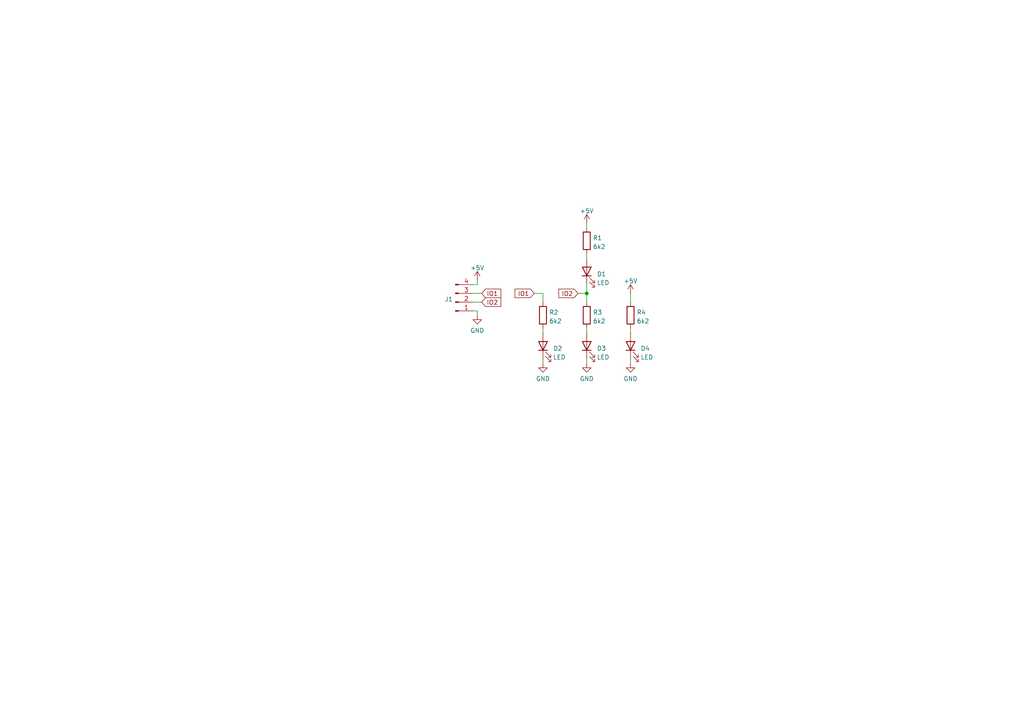
<source format=kicad_sch>
(kicad_sch (version 20211123) (generator eeschema)
  (paper "A4")
  (lib_symbols
    (symbol "Connector:Conn_01x04_Male" (pin_names (offset 1.016) hide)
      (property "Reference" "J" (at 0 5.08 0))
      (property "Value" "Conn_01x04_Male" (at 0 -7.62 0))
      (symbol "Conn_01x04_Male_1_1"
        (polyline (pts (xy 1.27 -5.08) (xy 0.8636 -5.08)) (stroke (width 0.1524)))
        (polyline (pts (xy 1.27 -2.54) (xy 0.8636 -2.54)) (stroke (width 0.1524)))
        (polyline (pts (xy 1.27 0) (xy 0.8636 0)) (stroke (width 0.1524)))
        (polyline (pts (xy 1.27 2.54) (xy 0.8636 2.54)) (stroke (width 0.1524)))
        (rectangle (start 0.8636 -4.953) (end 0 -5.207) (stroke (width 0.1524)) (fill (type outline)))
        (rectangle (start 0.8636 -2.413) (end 0 -2.667) (stroke (width 0.1524)) (fill (type outline)))
        (rectangle (start 0.8636 0.127) (end 0 -0.127) (stroke (width 0.1524)) (fill (type outline)))
        (rectangle (start 0.8636 2.667) (end 0 2.413) (stroke (width 0.1524)) (fill (type outline)))
        (pin passive line (at 5.08 2.54 180) (length 3.81) (name "Pin_1") (number "1"))
        (pin passive line (at 5.08 0 180) (length 3.81) (name "Pin_2") (number "2"))
        (pin passive line (at 5.08 -2.54 180) (length 3.81) (name "Pin_3") (number "3"))
        (pin passive line (at 5.08 -5.08 180) (length 3.81) (name "Pin_4") (number "4"))
      )
    )
    (symbol "Device:LED" (pin_numbers hide) (pin_names (offset 1.016) hide)
      (property "Reference" "D" (at 0 2.54 0))
      (property "Value" "LED" (at 0 -2.54 0))
      (symbol "LED_0_1"
        (polyline (pts (xy -1.27 -1.27) (xy -1.27 1.27)) (stroke (width 0.254)))
        (polyline (pts (xy -1.27 0) (xy 1.27 0)))
        (polyline (pts (xy 1.27 -1.27) (xy 1.27 1.27) (xy -1.27 0) (xy 1.27 -1.27)) (stroke (width 0.254)))
        (polyline (pts (xy -3.048 -0.762) (xy -4.572 -2.286) (xy -3.81 -2.286) (xy -4.572 -2.286) (xy -4.572 -1.524)))
        (polyline (pts (xy -1.778 -0.762) (xy -3.302 -2.286) (xy -2.54 -2.286) (xy -3.302 -2.286) (xy -3.302 -1.524)))
      )
      (symbol "LED_1_1"
        (pin passive line (at -3.81 0 0) (length 2.54) (name "K") (number "1"))
        (pin passive line (at 3.81 0 180) (length 2.54) (name "A") (number "2"))
      )
    )
    (symbol "Device:R" (pin_numbers hide) (pin_names (offset 0))
      (property "Reference" "R" (at 2.032 0 90))
      (property "Value" "R" (at 0 0 90))
      (symbol "R_0_1"
        (rectangle (start -1.016 -2.54) (end 1.016 2.54) (stroke (width 0.254)))
      )
      (symbol "R_1_1"
        (pin passive line (at 0 3.81 270) (length 1.27) (name "~") (number "1"))
        (pin passive line (at 0 -3.81 90) (length 1.27) (name "~") (number "2"))
      )
    )
    (symbol "power:+5V" (power) (pin_names (offset 0))
      (property "Value" "+5V" (at 0 3.556 0))
      (symbol "+5V_0_1"
        (polyline (pts (xy -0.762 1.27) (xy 0 2.54)))
        (polyline (pts (xy 0 0) (xy 0 2.54)))
        (polyline (pts (xy 0 2.54) (xy 0.762 1.27)))
      )
      (symbol "+5V_1_1"
        (pin power_in line (at 0 0 90) (length 0) hide (name "+5V") (number "1"))
      )
    )
    (symbol "power:GND" (power) (pin_names (offset 0))
      (property "Value" "GND" (at 0 -3.81 0))
      (symbol "GND_0_1"
        (polyline (pts (xy 0 0) (xy 0 -1.27) (xy 1.27 -1.27) (xy 0 -2.54) (xy -1.27 -1.27) (xy 0 -1.27)))
      )
      (symbol "GND_1_1"
        (pin power_in line (at 0 0 270) (length 0) hide (name "GND") (number "1"))
      )
    )
  )
  (junction (at 170.18 85.09))
  (wire (pts (xy 137.16 85.09) (xy 139.7 85.09)))
  (wire (pts (xy 157.48 104.14) (xy 157.48 105.41)))
  (wire (pts (xy 182.88 95.25) (xy 182.88 96.52)))
  (wire (pts (xy 182.88 104.14) (xy 182.88 105.41)))
  (wire (pts (xy 157.48 85.09) (xy 154.94 85.09)))
  (wire (pts (xy 170.18 85.09) (xy 170.18 87.63)))
  (wire (pts (xy 170.18 104.14) (xy 170.18 105.41)))
  (wire (pts (xy 157.48 87.63) (xy 157.48 85.09)))
  (wire (pts (xy 137.16 82.55) (xy 138.43 82.55)))
  (wire (pts (xy 157.48 95.25) (xy 157.48 96.52)))
  (wire (pts (xy 167.64 85.09) (xy 170.18 85.09)))
  (wire (pts (xy 170.18 95.25) (xy 170.18 96.52)))
  (wire (pts (xy 138.43 90.17) (xy 137.16 90.17)))
  (wire (pts (xy 138.43 91.44) (xy 138.43 90.17)))
  (wire (pts (xy 170.18 82.55) (xy 170.18 85.09)))
  (wire (pts (xy 170.18 64.77) (xy 170.18 66.04)))
  (wire (pts (xy 137.16 87.63) (xy 139.7 87.63)))
  (wire (pts (xy 138.43 81.28) (xy 138.43 82.55)))
  (wire (pts (xy 182.88 85.09) (xy 182.88 87.63)))
  (wire (pts (xy 170.18 73.66) (xy 170.18 74.93)))
  (global_label "IO2" (shape input) (at 167.64 85.09 180) (property "Intersheet References" "${INTERSHEET_REFS}" (effects hide)))
  (global_label "IO1" (shape input) (at 139.7 85.09 0) (property "Intersheet References" "${INTERSHEET_REFS}" (effects hide)))
  (global_label "IO1" (shape input) (at 154.94 85.09 180) (property "Intersheet References" "${INTERSHEET_REFS}" (effects hide)))
  (global_label "IO2" (shape input) (at 139.7 87.63 0) (property "Intersheet References" "${INTERSHEET_REFS}" (effects hide)))
  (symbol (lib_id "power:+5V") (at 170.18 64.77 0) (unit 1)
    (property "Reference" "#PWR01" (effects hide))
    (property "Value" "+5V" (at 170.18 61.1942 0))
  )
  (symbol (lib_id "Connector:Conn_01x04_Male") (at 132.08 87.63 0) (mirror x) (unit 1)
    (property "Reference" "J1" (at 131.3688 86.7938 0) (effects (justify right)))
    (property "Value" "Conn_01x04_Male" (effects hide))
    (property "Footprint" "Connector_JST:JST_PH_B4B-PH-SM4-TB_1x04-1MP_P2.00mm_Vertical" (effects hide))
  )
  (symbol (lib_id "power:+5V") (at 182.88 85.09 0) (unit 1)
    (property "Reference" "#PWR03" (effects hide))
    (property "Value" "+5V" (at 182.88 81.5142 0))
  )
  (symbol (lib_id "power:GND") (at 170.18 105.41 0) (unit 1)
    (property "Reference" "#PWR06" (effects hide))
    (property "Value" "GND" (at 170.18 109.8534 0))
  )
  (symbol (lib_id "Device:LED") (at 170.18 100.33 90) (unit 1)
    (property "Reference" "D3" (at 173.101 101.0828 90) (effects (justify right)))
    (property "Value" "LED" (at 173.101 103.6197 90) (effects (justify right)))
    (property "Footprint" "LED_SMD:LED_0805_2012Metric_Pad1.15x1.40mm_HandSolder" (effects hide))
    (property "JLCPCB Part#" "C2296" (effects hide))
  )
  (symbol (lib_id "Device:LED") (at 182.88 100.33 90) (unit 1)
    (property "Reference" "D4" (at 185.801 101.0828 90) (effects (justify right)))
    (property "Value" "LED" (at 185.801 103.6197 90) (effects (justify right)))
    (property "Footprint" "LED_SMD:LED_0805_2012Metric_Pad1.15x1.40mm_HandSolder" (effects hide))
    (property "JLCPCB Part#" "C2296" (effects hide))
  )
  (symbol (lib_id "Device:R") (at 170.18 69.85 0) (unit 1)
    (property "Reference" "R1" (at 171.958 69.0153 0) (effects (justify left)))
    (property "Value" "6k2" (at 171.958 71.5522 0) (effects (justify left)))
    (property "Footprint" "Resistor_SMD:R_0603_1608Metric_Pad0.98x0.95mm_HandSolder" (effects hide))
    (property "JLCPCB Part#" "C4260" (effects hide))
  )
  (symbol (lib_id "Device:R") (at 182.88 91.44 0) (unit 1)
    (property "Reference" "R4" (at 184.658 90.6053 0) (effects (justify left)))
    (property "Value" "6k2" (at 184.658 93.1422 0) (effects (justify left)))
    (property "Footprint" "Resistor_SMD:R_0603_1608Metric_Pad0.98x0.95mm_HandSolder" (effects hide))
    (property "JLCPCB Part#" "C4260" (effects hide))
  )
  (symbol (lib_id "Device:R") (at 170.18 91.44 0) (unit 1)
    (property "Reference" "R3" (at 171.958 90.6053 0) (effects (justify left)))
    (property "Value" "6k2" (at 171.958 93.1422 0) (effects (justify left)))
    (property "Footprint" "Resistor_SMD:R_0603_1608Metric_Pad0.98x0.95mm_HandSolder" (effects hide))
    (property "JLCPCB Part#" "C4260" (effects hide))
  )
  (symbol (lib_id "power:GND") (at 138.43 91.44 0) (unit 1)
    (property "Reference" "#PWR04" (effects hide))
    (property "Value" "GND" (at 138.43 95.8834 0))
  )
  (symbol (lib_id "Device:LED") (at 157.48 100.33 90) (unit 1)
    (property "Reference" "D2" (at 160.401 101.0828 90) (effects (justify right)))
    (property "Value" "LED" (at 160.401 103.6197 90) (effects (justify right)))
    (property "Footprint" "LED_SMD:LED_0805_2012Metric_Pad1.15x1.40mm_HandSolder" (effects hide))
    (property "JLCPCB Part#" "C2296" (effects hide))
  )
  (symbol (lib_id "Device:R") (at 157.48 91.44 0) (unit 1)
    (property "Reference" "R2" (at 159.258 90.6053 0) (effects (justify left)))
    (property "Value" "6k2" (at 159.258 93.1422 0) (effects (justify left)))
    (property "Footprint" "Resistor_SMD:R_0603_1608Metric_Pad0.98x0.95mm_HandSolder" (effects hide))
    (property "JLCPCB Part#" "C4260" (effects hide))
  )
  (symbol (lib_id "power:GND") (at 182.88 105.41 0) (unit 1)
    (property "Reference" "#PWR07" (effects hide))
    (property "Value" "GND" (at 182.88 109.8534 0))
  )
  (symbol (lib_id "power:GND") (at 157.48 105.41 0) (unit 1)
    (property "Reference" "#PWR05" (effects hide))
    (property "Value" "GND" (at 157.48 109.8534 0))
  )
  (symbol (lib_id "power:+5V") (at 138.43 81.28 0) (unit 1)
    (property "Reference" "#PWR02" (effects hide))
    (property "Value" "+5V" (at 138.43 77.7042 0))
  )
  (symbol (lib_id "Device:LED") (at 170.18 78.74 90) (unit 1)
    (property "Reference" "D1" (at 173.101 79.4928 90) (effects (justify right)))
    (property "Value" "LED" (at 173.101 82.0297 90) (effects (justify right)))
    (property "Footprint" "LED_SMD:LED_0805_2012Metric_Pad1.15x1.40mm_HandSolder" (effects hide))
    (property "JLCPCB Part#" "C2296" (effects hide))
  )
)
</source>
